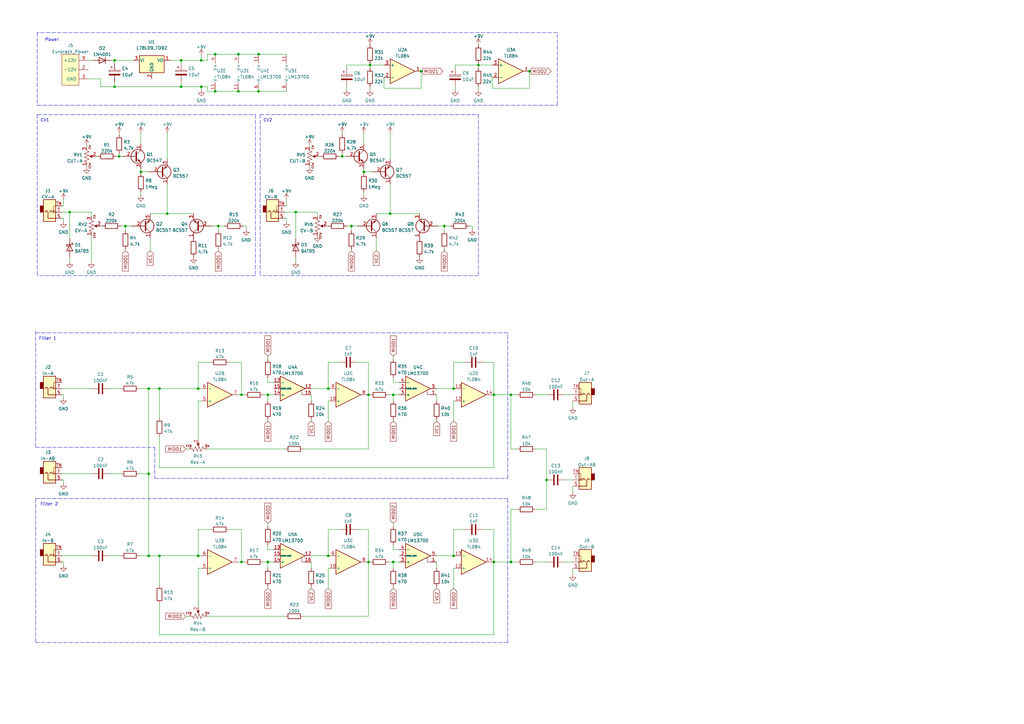
<source format=kicad_sch>
(kicad_sch (version 20211123) (generator eeschema)
  (paper "A3")
  (title_block (title "Duber Filter"))
  (junction (at 217.17 29.21))
  (junction (at 134.62 159.385))
  (junction (at 151.13 230.505))
  (junction (at 88.265 37.465))
  (junction (at 106.045 37.465))
  (junction (at 68.58 87.63))
  (junction (at 82.55 24.765))
  (junction (at 28.575 86.995))
  (junction (at 97.79 37.465))
  (junction (at 224.155 196.85))
  (junction (at 209.55 230.505))
  (junction (at 57.785 70.485))
  (junction (at 81.28 159.385))
  (junction (at 60.96 194.31))
  (junction (at 99.06 230.505))
  (junction (at 182.245 92.71))
  (junction (at 109.855 161.925))
  (junction (at 149.225 70.485))
  (junction (at 88.265 22.225))
  (junction (at 186.055 227.965))
  (junction (at 99.06 161.925))
  (junction (at 196.215 26.67))
  (junction (at 65.405 159.385))
  (junction (at 134.62 227.965))
  (junction (at 106.045 22.225))
  (junction (at 151.765 26.67))
  (junction (at 81.28 227.965))
  (junction (at 82.55 35.56))
  (junction (at 186.055 159.385))
  (junction (at 97.79 22.225))
  (junction (at 74.295 24.765))
  (junction (at 60.96 227.965))
  (junction (at 121.285 86.995))
  (junction (at 74.295 35.56))
  (junction (at 209.55 161.925))
  (junction (at 161.29 230.505))
  (junction (at 161.29 161.925))
  (junction (at 202.565 161.925))
  (junction (at 89.535 92.71))
  (junction (at 140.335 64.135))
  (junction (at 51.435 92.71))
  (junction (at 65.405 227.965))
  (junction (at 48.895 64.135))
  (junction (at 46.99 24.765))
  (junction (at 202.565 230.505))
  (junction (at 151.13 161.925))
  (junction (at 144.145 92.71))
  (junction (at 46.99 35.56))
  (junction (at 172.72 29.21))
  (junction (at 109.855 230.505))
  (junction (at 160.02 87.63))
  (junction (at 60.96 159.385))
  (polyline (pts (xy 106.68 46.99) (xy 106.68 113.03)))
  (wire (pts (xy 99.06 161.925) (xy 100.33 161.925)))
  (wire (pts (xy 81.28 233.045) (xy 81.28 248.92)))
  (wire (pts (xy 134.62 227.965) (xy 135.255 227.965)))
  (wire (pts (xy 26.035 81.915) (xy 26.035 84.455)))
  (wire (pts (xy 127.635 172.085) (xy 127.635 172.72)))
  (wire (pts (xy 112.395 156.845) (xy 109.855 156.845)))
  (wire (pts (xy 186.69 35.56) (xy 186.69 36.83)))
  (wire (pts (xy 159.385 161.925) (xy 161.29 161.925)))
  (wire (pts (xy 107.95 230.505) (xy 109.855 230.505)))
  (wire (pts (xy 46.99 33.655) (xy 46.99 35.56)))
  (wire (pts (xy 106.045 37.465) (xy 117.475 37.465)))
  (wire (pts (xy 28.575 86.995) (xy 37.465 86.995)))
  (wire (pts (xy 231.775 230.505) (xy 234.95 230.505)))
  (wire (pts (xy 25.4 194.31) (xy 37.465 194.31)))
  (wire (pts (xy 142.24 26.67) (xy 151.765 26.67)))
  (wire (pts (xy 182.245 92.71) (xy 184.785 92.71)))
  (wire (pts (xy 82.55 233.045) (xy 81.28 233.045)))
  (polyline (pts (xy 15.24 46.99) (xy 104.775 46.99)))
  (wire (pts (xy 81.28 159.385) (xy 65.405 159.385)))
  (wire (pts (xy 26.035 89.535) (xy 26.035 90.805)))
  (wire (pts (xy 51.435 102.235) (xy 51.435 102.87)))
  (polyline (pts (xy 63.5 196.215) (xy 208.28 196.215)))
  (wire (pts (xy 217.17 29.21) (xy 217.805 29.21)))
  (wire (pts (xy 163.83 225.425) (xy 161.29 225.425)))
  (wire (pts (xy 26.035 196.85) (xy 26.035 198.12)))
  (wire (pts (xy 65.405 260.35) (xy 202.565 260.35)))
  (wire (pts (xy 186.69 27.94) (xy 186.69 26.67)))
  (wire (pts (xy 45.085 194.31) (xy 49.53 194.31)))
  (wire (pts (xy 46.99 24.765) (xy 46.99 26.035)))
  (wire (pts (xy 41.275 35.56) (xy 46.99 35.56)))
  (wire (pts (xy 37.465 107.315) (xy 37.465 96.52)))
  (wire (pts (xy 109.855 240.665) (xy 109.855 241.3)))
  (wire (pts (xy 224.155 196.85) (xy 224.155 208.915)))
  (wire (pts (xy 186.055 164.465) (xy 186.055 172.72)))
  (wire (pts (xy 127.635 227.965) (xy 134.62 227.965)))
  (wire (pts (xy 161.29 172.085) (xy 161.29 172.72)))
  (wire (pts (xy 36.195 24.765) (xy 38.1 24.765)))
  (wire (pts (xy 151.13 230.505) (xy 151.765 230.505)))
  (wire (pts (xy 186.055 217.17) (xy 186.055 227.965)))
  (wire (pts (xy 133.985 92.71) (xy 134.62 92.71)))
  (wire (pts (xy 159.385 230.505) (xy 161.29 230.505)))
  (wire (pts (xy 182.245 92.71) (xy 182.245 94.615)))
  (wire (pts (xy 186.055 233.045) (xy 186.055 241.3)))
  (wire (pts (xy 65.405 247.65) (xy 65.405 260.35)))
  (wire (pts (xy 45.72 24.765) (xy 46.99 24.765)))
  (wire (pts (xy 142.24 27.94) (xy 142.24 26.67)))
  (wire (pts (xy 117.475 81.915) (xy 117.475 84.455)))
  (wire (pts (xy 28.575 97.79) (xy 28.575 86.995)))
  (wire (pts (xy 116.84 86.995) (xy 121.285 86.995)))
  (wire (pts (xy 97.79 161.925) (xy 99.06 161.925)))
  (wire (pts (xy 45.085 159.385) (xy 49.53 159.385)))
  (wire (pts (xy 196.215 26.67) (xy 196.215 27.94)))
  (wire (pts (xy 81.28 227.965) (xy 65.405 227.965)))
  (wire (pts (xy 25.4 159.385) (xy 37.465 159.385)))
  (wire (pts (xy 196.215 35.56) (xy 196.215 36.83)))
  (polyline (pts (xy 14.605 263.525) (xy 208.28 263.525)))
  (polyline (pts (xy 15.24 46.99) (xy 15.24 113.03)))
  (wire (pts (xy 97.79 230.505) (xy 99.06 230.505)))
  (wire (pts (xy 209.55 161.925) (xy 209.55 184.15)))
  (wire (pts (xy 151.765 26.67) (xy 151.765 27.94)))
  (wire (pts (xy 209.55 208.915) (xy 209.55 230.505)))
  (wire (pts (xy 74.295 35.56) (xy 74.295 33.655)))
  (wire (pts (xy 46.99 24.765) (xy 54.61 24.765)))
  (wire (pts (xy 161.29 214.63) (xy 161.29 215.9)))
  (wire (pts (xy 86.36 148.59) (xy 81.28 148.59)))
  (wire (pts (xy 186.055 227.965) (xy 186.69 227.965)))
  (wire (pts (xy 231.775 161.925) (xy 234.95 161.925)))
  (wire (pts (xy 99.06 161.925) (xy 99.06 148.59)))
  (wire (pts (xy 179.07 227.965) (xy 186.055 227.965)))
  (wire (pts (xy 142.24 35.56) (xy 142.24 36.83)))
  (wire (pts (xy 81.28 148.59) (xy 81.28 159.385)))
  (wire (pts (xy 151.13 161.925) (xy 151.765 161.925)))
  (polyline (pts (xy 63.5 183.515) (xy 63.5 196.215)))
  (wire (pts (xy 161.29 230.505) (xy 163.83 230.505)))
  (wire (pts (xy 179.07 161.925) (xy 179.07 164.465)))
  (wire (pts (xy 48.895 64.135) (xy 50.165 64.135)))
  (wire (pts (xy 65.405 191.77) (xy 202.565 191.77)))
  (wire (pts (xy 186.055 159.385) (xy 186.69 159.385)))
  (wire (pts (xy 65.405 227.965) (xy 65.405 240.03)))
  (wire (pts (xy 202.565 217.17) (xy 198.12 217.17)))
  (wire (pts (xy 234.95 164.465) (xy 234.95 167.005)))
  (wire (pts (xy 160.02 75.565) (xy 160.02 87.63)))
  (wire (pts (xy 160.02 87.63) (xy 172.085 87.63)))
  (wire (pts (xy 76.2 184.15) (xy 77.47 184.15)))
  (wire (pts (xy 81.28 159.385) (xy 82.55 159.385)))
  (wire (pts (xy 116.84 89.535) (xy 117.475 89.535)))
  (wire (pts (xy 151.765 35.56) (xy 151.765 36.83)))
  (wire (pts (xy 140.335 62.865) (xy 140.335 64.135)))
  (wire (pts (xy 41.275 92.71) (xy 41.91 92.71)))
  (wire (pts (xy 107.95 161.925) (xy 109.855 161.925)))
  (polyline (pts (xy 14.605 204.47) (xy 14.605 263.525)))
  (wire (pts (xy 202.565 217.17) (xy 202.565 230.505)))
  (polyline (pts (xy 208.28 196.215) (xy 208.28 136.525)))
  (wire (pts (xy 186.69 164.465) (xy 186.055 164.465)))
  (wire (pts (xy 97.79 37.465) (xy 106.045 37.465)))
  (wire (pts (xy 135.255 233.045) (xy 134.62 233.045)))
  (wire (pts (xy 28.575 105.41) (xy 28.575 107.315)))
  (wire (pts (xy 157.48 31.75) (xy 157.48 36.195)))
  (wire (pts (xy 121.285 105.41) (xy 121.285 107.315)))
  (wire (pts (xy 48.895 64.135) (xy 47.625 64.135)))
  (wire (pts (xy 124.46 252.73) (xy 151.13 252.73)))
  (wire (pts (xy 86.995 92.71) (xy 89.535 92.71)))
  (wire (pts (xy 134.62 217.17) (xy 134.62 227.965)))
  (wire (pts (xy 234.95 233.045) (xy 234.95 235.585)))
  (wire (pts (xy 134.62 159.385) (xy 135.255 159.385)))
  (wire (pts (xy 88.265 37.465) (xy 97.79 37.465)))
  (wire (pts (xy 219.71 230.505) (xy 224.155 230.505)))
  (wire (pts (xy 202.565 230.505) (xy 209.55 230.505)))
  (wire (pts (xy 160.02 54.61) (xy 160.02 65.405)))
  (wire (pts (xy 109.855 172.085) (xy 109.855 172.72)))
  (wire (pts (xy 186.69 26.67) (xy 196.215 26.67)))
  (wire (pts (xy 85.09 252.73) (xy 116.84 252.73)))
  (wire (pts (xy 201.93 31.75) (xy 201.93 36.195)))
  (wire (pts (xy 82.55 164.465) (xy 81.28 164.465)))
  (wire (pts (xy 68.58 87.63) (xy 79.375 87.63)))
  (wire (pts (xy 127.635 159.385) (xy 134.62 159.385)))
  (wire (pts (xy 74.295 26.035) (xy 74.295 24.765)))
  (wire (pts (xy 25.4 84.455) (xy 26.035 84.455)))
  (wire (pts (xy 217.17 29.21) (xy 217.17 36.195)))
  (wire (pts (xy 127.635 161.925) (xy 127.635 164.465)))
  (wire (pts (xy 109.855 214.63) (xy 109.855 215.9)))
  (wire (pts (xy 60.96 159.385) (xy 60.96 194.31)))
  (wire (pts (xy 49.53 92.71) (xy 51.435 92.71)))
  (wire (pts (xy 192.405 92.71) (xy 193.675 92.71)))
  (wire (pts (xy 61.595 97.79) (xy 61.595 102.87)))
  (wire (pts (xy 161.29 240.665) (xy 161.29 241.3)))
  (wire (pts (xy 25.4 161.925) (xy 26.035 161.925)))
  (wire (pts (xy 57.785 54.61) (xy 57.785 59.055)))
  (wire (pts (xy 106.045 22.225) (xy 117.475 22.225)))
  (wire (pts (xy 82.55 24.765) (xy 85.09 24.765)))
  (wire (pts (xy 127.635 240.665) (xy 127.635 241.3)))
  (wire (pts (xy 45.085 227.965) (xy 49.53 227.965)))
  (wire (pts (xy 151.13 252.73) (xy 151.13 230.505)))
  (wire (pts (xy 76.2 252.73) (xy 77.47 252.73)))
  (wire (pts (xy 82.55 35.56) (xy 85.09 35.56)))
  (wire (pts (xy 112.395 225.425) (xy 109.855 225.425)))
  (wire (pts (xy 60.96 159.385) (xy 65.405 159.385)))
  (wire (pts (xy 93.98 148.59) (xy 99.06 148.59)))
  (wire (pts (xy 82.55 35.56) (xy 82.55 36.83)))
  (wire (pts (xy 121.285 86.995) (xy 130.175 86.995)))
  (wire (pts (xy 88.265 22.225) (xy 97.79 22.225)))
  (wire (pts (xy 151.765 26.035) (xy 151.765 26.67)))
  (wire (pts (xy 154.305 87.63) (xy 160.02 87.63)))
  (wire (pts (xy 219.71 184.15) (xy 224.155 184.15)))
  (wire (pts (xy 193.675 92.71) (xy 193.675 93.98)))
  (wire (pts (xy 224.155 184.15) (xy 224.155 196.85)))
  (wire (pts (xy 85.09 22.225) (xy 85.09 24.765)))
  (wire (pts (xy 51.435 92.71) (xy 53.975 92.71)))
  (wire (pts (xy 149.225 54.61) (xy 149.225 59.055)))
  (wire (pts (xy 35.56 68.58) (xy 35.56 67.945)))
  (wire (pts (xy 144.145 92.71) (xy 146.685 92.71)))
  (wire (pts (xy 209.55 230.505) (xy 212.09 230.505)))
  (wire (pts (xy 37.465 88.9) (xy 37.465 86.995)))
  (polyline (pts (xy 106.68 46.99) (xy 196.215 46.99)))
  (wire (pts (xy 219.71 208.915) (xy 224.155 208.915)))
  (polyline (pts (xy 14.605 136.525) (xy 208.28 136.525)))
  (wire (pts (xy 41.275 32.385) (xy 41.275 35.56)))
  (wire (pts (xy 68.58 75.565) (xy 68.58 87.63)))
  (wire (pts (xy 89.535 92.71) (xy 89.535 94.615)))
  (wire (pts (xy 99.695 92.71) (xy 100.965 92.71)))
  (polyline (pts (xy 104.775 46.99) (xy 104.775 113.03)))
  (wire (pts (xy 140.335 64.135) (xy 139.065 64.135)))
  (wire (pts (xy 202.565 191.77) (xy 202.565 161.925)))
  (wire (pts (xy 179.07 230.505) (xy 179.07 233.045)))
  (wire (pts (xy 134.62 148.59) (xy 134.62 159.385)))
  (wire (pts (xy 186.69 233.045) (xy 186.055 233.045)))
  (wire (pts (xy 81.28 217.17) (xy 81.28 227.965)))
  (wire (pts (xy 99.06 230.505) (xy 100.33 230.505)))
  (wire (pts (xy 231.775 196.85) (xy 234.95 196.85)))
  (wire (pts (xy 57.785 69.215) (xy 57.785 70.485)))
  (wire (pts (xy 109.855 233.045) (xy 109.855 230.505)))
  (wire (pts (xy 26.035 161.925) (xy 26.035 163.195)))
  (wire (pts (xy 201.93 161.925) (xy 202.565 161.925)))
  (wire (pts (xy 139.065 148.59) (xy 134.62 148.59)))
  (wire (pts (xy 74.295 24.765) (xy 69.85 24.765)))
  (wire (pts (xy 196.215 26.035) (xy 196.215 26.67)))
  (wire (pts (xy 130.81 64.135) (xy 131.445 64.135)))
  (wire (pts (xy 134.62 233.045) (xy 134.62 241.3)))
  (wire (pts (xy 134.62 164.465) (xy 134.62 172.72)))
  (polyline (pts (xy 15.24 13.335) (xy 15.24 43.18)))
  (wire (pts (xy 172.72 29.21) (xy 172.72 36.195)))
  (wire (pts (xy 135.255 164.465) (xy 134.62 164.465)))
  (wire (pts (xy 202.565 161.925) (xy 202.565 148.59)))
  (wire (pts (xy 190.5 217.17) (xy 186.055 217.17)))
  (wire (pts (xy 142.24 92.71) (xy 144.145 92.71)))
  (wire (pts (xy 57.15 227.965) (xy 60.96 227.965)))
  (wire (pts (xy 60.96 227.965) (xy 65.405 227.965)))
  (wire (pts (xy 25.4 86.995) (xy 28.575 86.995)))
  (polyline (pts (xy 228.6 13.335) (xy 15.24 13.335)))
  (wire (pts (xy 234.95 199.39) (xy 234.95 201.93)))
  (polyline (pts (xy 104.775 113.03) (xy 15.24 113.03)))
  (wire (pts (xy 61.595 87.63) (xy 68.58 87.63)))
  (wire (pts (xy 48.895 54.61) (xy 48.895 55.245)))
  (wire (pts (xy 25.4 230.505) (xy 26.035 230.505)))
  (wire (pts (xy 154.305 97.79) (xy 154.305 102.87)))
  (wire (pts (xy 60.96 194.31) (xy 60.96 227.965)))
  (wire (pts (xy 127 59.69) (xy 127 60.325)))
  (wire (pts (xy 150.495 161.925) (xy 151.13 161.925)))
  (wire (pts (xy 127.635 230.505) (xy 127.635 233.045)))
  (wire (pts (xy 85.09 35.56) (xy 85.09 37.465)))
  (wire (pts (xy 74.295 35.56) (xy 82.55 35.56)))
  (wire (pts (xy 151.13 217.17) (xy 146.685 217.17)))
  (wire (pts (xy 117.475 89.535) (xy 117.475 90.805)))
  (polyline (pts (xy 196.215 46.99) (xy 196.215 113.03)))
  (wire (pts (xy 157.48 36.195) (xy 172.72 36.195)))
  (wire (pts (xy 151.13 230.505) (xy 151.13 217.17)))
  (wire (pts (xy 25.4 89.535) (xy 26.035 89.535)))
  (wire (pts (xy 116.84 84.455) (xy 117.475 84.455)))
  (wire (pts (xy 124.46 184.15) (xy 151.13 184.15)))
  (wire (pts (xy 57.785 70.485) (xy 57.785 71.12)))
  (wire (pts (xy 89.535 92.71) (xy 92.075 92.71)))
  (polyline (pts (xy 228.6 43.18) (xy 228.6 13.335)))
  (wire (pts (xy 109.855 146.05) (xy 109.855 147.32)))
  (wire (pts (xy 179.07 240.665) (xy 179.07 241.3)))
  (polyline (pts (xy 208.28 263.525) (xy 208.28 204.47)))
  (wire (pts (xy 186.055 148.59) (xy 186.055 159.385)))
  (wire (pts (xy 82.55 22.86) (xy 82.55 24.765)))
  (wire (pts (xy 127 68.58) (xy 127 67.945)))
  (wire (pts (xy 140.335 64.135) (xy 141.605 64.135)))
  (wire (pts (xy 86.36 217.17) (xy 81.28 217.17)))
  (wire (pts (xy 163.83 156.845) (xy 161.29 156.845)))
  (wire (pts (xy 212.09 184.15) (xy 209.55 184.15)))
  (wire (pts (xy 201.93 230.505) (xy 202.565 230.505)))
  (wire (pts (xy 161.29 233.045) (xy 161.29 230.505)))
  (wire (pts (xy 130.175 88.9) (xy 130.175 86.995)))
  (wire (pts (xy 161.29 164.465) (xy 161.29 161.925)))
  (wire (pts (xy 60.96 70.485) (xy 57.785 70.485)))
  (wire (pts (xy 36.195 32.385) (xy 41.275 32.385)))
  (wire (pts (xy 46.99 35.56) (xy 74.295 35.56)))
  (wire (pts (xy 97.79 22.225) (xy 106.045 22.225)))
  (wire (pts (xy 121.285 97.79) (xy 121.285 86.995)))
  (wire (pts (xy 100.965 92.71) (xy 100.965 93.98)))
  (wire (pts (xy 161.29 161.925) (xy 163.83 161.925)))
  (polyline (pts (xy 14.605 183.515) (xy 63.5 183.515)))
  (wire (pts (xy 151.13 161.925) (xy 151.13 148.59)))
  (wire (pts (xy 149.225 69.215) (xy 149.225 70.485)))
  (wire (pts (xy 212.09 208.915) (xy 209.55 208.915)))
  (polyline (pts (xy 196.215 113.03) (xy 106.68 113.03)))
  (wire (pts (xy 151.13 184.15) (xy 151.13 161.925)))
  (wire (pts (xy 161.29 146.05) (xy 161.29 147.32)))
  (wire (pts (xy 202.565 148.59) (xy 198.12 148.59)))
  (wire (pts (xy 179.07 172.085) (xy 179.07 172.72)))
  (wire (pts (xy 144.145 92.71) (xy 144.145 94.615)))
  (wire (pts (xy 152.4 70.485) (xy 149.225 70.485)))
  (wire (pts (xy 39.37 64.135) (xy 40.005 64.135)))
  (wire (pts (xy 161.29 154.94) (xy 161.29 156.845)))
  (wire (pts (xy 65.405 179.07) (xy 65.405 191.77)))
  (wire (pts (xy 140.335 54.61) (xy 140.335 55.245)))
  (wire (pts (xy 109.855 161.925) (xy 112.395 161.925)))
  (wire (pts (xy 157.48 26.67) (xy 151.765 26.67)))
  (wire (pts (xy 179.705 92.71) (xy 182.245 92.71)))
  (wire (pts (xy 57.15 159.385) (xy 60.96 159.385)))
  (wire (pts (xy 89.535 102.235) (xy 89.535 102.87)))
  (wire (pts (xy 201.93 26.67) (xy 196.215 26.67)))
  (wire (pts (xy 26.035 230.505) (xy 26.035 231.775)))
  (wire (pts (xy 201.93 36.195) (xy 217.17 36.195)))
  (polyline (pts (xy 14.605 135.89) (xy 14.605 183.515)))
  (wire (pts (xy 149.225 70.485) (xy 149.225 71.12)))
  (wire (pts (xy 150.495 230.505) (xy 151.13 230.505)))
  (wire (pts (xy 25.4 227.965) (xy 37.465 227.965)))
  (wire (pts (xy 219.71 161.925) (xy 224.155 161.925)))
  (wire (pts (xy 85.09 37.465) (xy 88.265 37.465)))
  (wire (pts (xy 25.4 196.85) (xy 26.035 196.85)))
  (wire (pts (xy 68.58 54.61) (xy 68.58 65.405)))
  (wire (pts (xy 93.98 217.17) (xy 99.06 217.17)))
  (wire (pts (xy 172.72 29.21) (xy 173.355 29.21)))
  (wire (pts (xy 65.405 159.385) (xy 65.405 171.45)))
  (wire (pts (xy 144.145 102.235) (xy 144.145 102.87)))
  (wire (pts (xy 202.565 260.35) (xy 202.565 230.505)))
  (wire (pts (xy 88.265 22.225) (xy 85.09 22.225)))
  (wire (pts (xy 99.06 230.505) (xy 99.06 217.17)))
  (wire (pts (xy 161.29 223.52) (xy 161.29 225.425)))
  (wire (pts (xy 81.28 164.465) (xy 81.28 180.34)))
  (wire (pts (xy 209.55 161.925) (xy 212.09 161.925)))
  (wire (pts (xy 57.15 194.31) (xy 60.96 194.31)))
  (wire (pts (xy 81.28 227.965) (xy 82.55 227.965)))
  (wire (pts (xy 182.245 102.235) (xy 182.245 102.87)))
  (wire (pts (xy 109.855 223.52) (xy 109.855 225.425)))
  (polyline (pts (xy 15.24 43.18) (xy 228.6 43.18)))
  (wire (pts (xy 35.56 59.69) (xy 35.56 60.325)))
  (wire (pts (xy 57.785 78.74) (xy 57.785 80.01)))
  (wire (pts (xy 149.225 78.74) (xy 149.225 80.01)))
  (wire (pts (xy 179.07 159.385) (xy 186.055 159.385)))
  (wire (pts (xy 74.295 24.765) (xy 82.55 24.765)))
  (wire (pts (xy 190.5 148.59) (xy 186.055 148.59)))
  (polyline (pts (xy 14.605 204.47) (xy 208.28 204.47)))
  (wire (pts (xy 109.855 164.465) (xy 109.855 161.925)))
  (wire (pts (xy 85.09 184.15) (xy 116.84 184.15)))
  (wire (pts (xy 139.065 217.17) (xy 134.62 217.17)))
  (wire (pts (xy 48.895 62.865) (xy 48.895 64.135)))
  (wire (pts (xy 109.855 230.505) (xy 112.395 230.505)))
  (wire (pts (xy 202.565 161.925) (xy 209.55 161.925)))
  (wire (pts (xy 51.435 92.71) (xy 51.435 94.615)))
  (wire (pts (xy 151.13 148.59) (xy 146.685 148.59)))
  (wire (pts (xy 109.855 154.94) (xy 109.855 156.845)))
  (text "CV1" (at 16.51 50.165 0) (effects (font (size 1.27 1.27)) (justify left bottom)))
  (text "Filter 2" (at 16.51 207.645 0) (effects (font (size 1.27 1.27)) (justify left bottom)))
  (text "Power" (at 18.415 17.145 0) (effects (font (size 1.27 1.27)) (justify left bottom)))
  (text "Filter 1" (at 15.875 139.7 0) (effects (font (size 1.27 1.27)) (justify left bottom)))
  (text "CV2" (at 107.95 50.165 0) (effects (font (size 1.27 1.27)) (justify left bottom)))
  (global_label "VC1" (shape input) (at 61.595 102.87 270) (property "Intersheet References" "${INTERSHEET_REFS}" (effects hide)))
  (global_label "MIDO1" (shape input) (at 89.535 102.87 270) (property "Intersheet References" "${INTERSHEET_REFS}" (effects hide)))
  (global_label "VC1" (shape input) (at 179.07 172.72 270) (property "Intersheet References" "${INTERSHEET_REFS}" (effects hide)))
  (global_label "MIDO2" (shape input) (at 134.62 241.3 270) (property "Intersheet References" "${INTERSHEET_REFS}" (effects hide)))
  (global_label "MIDO2" (shape input) (at 76.2 252.73 180) (property "Intersheet References" "${INTERSHEET_REFS}" (effects hide)))
  (global_label "MIDO2" (shape input) (at 182.245 102.87 270) (property "Intersheet References" "${INTERSHEET_REFS}" (effects hide)))
  (global_label "MIDO2" (shape input) (at 109.855 214.63 90) (property "Intersheet References" "${INTERSHEET_REFS}" (effects hide)))
  (global_label "MIDO2" (shape input) (at 161.29 214.63 90) (property "Intersheet References" "${INTERSHEET_REFS}" (effects hide)))
  (global_label "MIDO1" (shape input) (at 161.29 172.72 270) (property "Intersheet References" "${INTERSHEET_REFS}" (effects hide)))
  (global_label "MIDO2" (shape input) (at 186.055 241.3 270) (property "Intersheet References" "${INTERSHEET_REFS}" (effects hide)))
  (global_label "MIDO1" (shape input) (at 109.855 172.72 270) (property "Intersheet References" "${INTERSHEET_REFS}" (effects hide)))
  (global_label "MIDO2" (shape output) (at 217.805 29.21 0) (property "Intersheet References" "${INTERSHEET_REFS}" (effects hide)))
  (global_label "MIDO2" (shape input) (at 161.29 241.3 270) (property "Intersheet References" "${INTERSHEET_REFS}" (effects hide)))
  (global_label "MIDO1" (shape input) (at 134.62 172.72 270) (property "Intersheet References" "${INTERSHEET_REFS}" (effects hide)))
  (global_label "VC2" (shape input) (at 179.07 241.3 270) (property "Intersheet References" "${INTERSHEET_REFS}" (effects hide)))
  (global_label "MIDO1" (shape input) (at 161.29 146.05 90) (property "Intersheet References" "${INTERSHEET_REFS}" (effects hide)))
  (global_label "MIDO1" (shape input) (at 186.055 172.72 270) (property "Intersheet References" "${INTERSHEET_REFS}" (effects hide)))
  (global_label "MIDO1" (shape input) (at 109.855 146.05 90) (property "Intersheet References" "${INTERSHEET_REFS}" (effects hide)))
  (global_label "MIDO2" (shape input) (at 109.855 241.3 270) (property "Intersheet References" "${INTERSHEET_REFS}" (effects hide)))
  (global_label "MIDO1" (shape output) (at 173.355 29.21 0) (property "Intersheet References" "${INTERSHEET_REFS}" (effects hide)))
  (global_label "MIDO2" (shape input) (at 144.145 102.87 270) (property "Intersheet References" "${INTERSHEET_REFS}" (effects hide)))
  (global_label "VC2" (shape input) (at 154.305 102.87 270) (property "Intersheet References" "${INTERSHEET_REFS}" (effects hide)))
  (global_label "VC1" (shape input) (at 127.635 172.72 270) (property "Intersheet References" "${INTERSHEET_REFS}" (effects hide)))
  (global_label "MIDO1" (shape input) (at 51.435 102.87 270) (property "Intersheet References" "${INTERSHEET_REFS}" (effects hide)))
  (global_label "VC2" (shape input) (at 127.635 241.3 270) (property "Intersheet References" "${INTERSHEET_REFS}" (effects hide)))
  (global_label "MIDO1" (shape input) (at 76.2 184.15 180) (property "Intersheet References" "${INTERSHEET_REFS}" (effects hide)))
  (symbol (lib_id "power:GND") (at 79.375 105.41 0) (unit 1)
    (property "Reference" "#PWR014" (effects hide))
    (property "Value" "GND" (at 79.375 109.8534 0))
  )
  (symbol (lib_id "Amplifier_Operational:LM13700") (at 171.45 227.965 0) (unit 3)
    (property "Reference" "U5" (at 171.45 219.1852 0))
    (property "Value" "LM13700" (at 171.45 221.7221 0))
    (property "Footprint" "Package_DIP:DIP-16_W7.62mm_Socket" (effects hide))
    (property "Datasheet" "http://www.ti.com/lit/ds/symlink/lm13700.pdf" (effects hide))
  )
  (symbol (lib_id "power:+9V") (at 35.56 59.69 0) (unit 1)
    (property "Reference" "#PWR07" (effects hide))
    (property "Value" "+9V" (at 35.56 56.1142 0))
  )
  (symbol (lib_id "Device:C") (at 41.275 194.31 90) (unit 1)
    (property "Reference" "C2" (at 41.275 188.4512 90))
    (property "Value" "100nF" (at 41.275 190.9881 90))
    (property "Footprint" "Capacitor_THT:C_Axial_L3.8mm_D2.6mm_P7.50mm_Horizontal" (effects hide))
  )
  (symbol (lib_id "Device:R") (at 95.885 92.71 90) (unit 1)
    (property "Reference" "R15" (at 95.885 87.9942 90))
    (property "Value" "220k" (at 95.885 90.5311 90))
    (property "Footprint" "Resistor_THT:R_Axial_DIN0204_L3.6mm_D1.6mm_P7.62mm_Horizontal" (effects hide))
  )
  (symbol (lib_id "Device:C") (at 41.275 159.385 90) (unit 1)
    (property "Reference" "C1" (at 41.275 153.5262 90))
    (property "Value" "100nF" (at 41.275 156.0631 90))
    (property "Footprint" "Capacitor_THT:C_Axial_L3.8mm_D2.6mm_P7.50mm_Horizontal" (effects hide))
  )
  (symbol (lib_id "power:GND") (at 57.785 80.01 0) (unit 1)
    (property "Reference" "#PWR012" (effects hide))
    (property "Value" "GND" (at 57.785 84.4534 0))
  )
  (symbol (lib_id "Regulator_Linear:L78L09_TO92") (at 62.23 24.765 0) (unit 1)
    (property "Reference" "U1" (at 62.23 17.145 0))
    (property "Value" "L78L09_TO92" (at 62.23 19.685 0))
    (property "Footprint" "Package_TO_SOT_THT:TO-92_Inline" (effects hide))
    (property "Datasheet" "http://www.st.com/content/ccc/resource/technical/document/datasheet/15/55/e5/aa/23/5b/43/fd/CD00000446.pdf/files/CD00000446.pdf/jcr:content/translations/en.CD00000446.pdf" (effects hide))
  )
  (symbol (lib_id "Device:R") (at 188.595 92.71 90) (unit 1)
    (property "Reference" "R43" (at 188.595 87.9942 90))
    (property "Value" "220k" (at 188.595 90.5311 90))
    (property "Footprint" "Resistor_THT:R_Axial_DIN0204_L3.6mm_D1.6mm_P7.62mm_Horizontal" (effects hide))
  )
  (symbol (lib_id "power:GND") (at 26.035 163.195 0) (unit 1)
    (property "Reference" "#PWR03" (effects hide))
    (property "Value" "GND" (at 26.035 167.6384 0))
  )
  (symbol (lib_id "Device:R") (at 120.65 252.73 90) (unit 1)
    (property "Reference" "R23" (at 120.65 248.0142 90))
    (property "Value" "100k" (at 120.65 250.5511 90))
    (property "Footprint" "Resistor_THT:R_Axial_DIN0204_L3.6mm_D1.6mm_P7.62mm_Horizontal" (effects hide))
  )
  (symbol (lib_id "Diode:1N4001") (at 41.91 24.765 180) (unit 1)
    (property "Reference" "D2" (at 41.91 19.7952 0))
    (property "Value" "1N4001" (at 41.91 22.3321 0))
    (property "Footprint" "Diode_THT:D_DO-41_SOD81_P10.16mm_Horizontal" (effects hide))
    (property "Datasheet" "http://www.vishay.com/docs/88503/1n4001.pdf" (effects hide))
  )
  (symbol (lib_id "Device:R") (at 48.895 59.055 180) (unit 1)
    (property "Reference" "R3" (at 50.673 58.2203 0) (effects (justify right)))
    (property "Value" "4.7k" (at 50.673 60.7572 0) (effects (justify right)))
    (property "Footprint" "Resistor_THT:R_Axial_DIN0204_L3.6mm_D1.6mm_P7.62mm_Horizontal" (effects hide))
  )
  (symbol (lib_id "Device:R") (at 109.855 236.855 0) (unit 1)
    (property "Reference" "R21" (at 111.633 236.0203 0) (effects (justify left)))
    (property "Value" "470" (at 111.633 238.5572 0) (effects (justify left)))
    (property "Footprint" "Resistor_THT:R_Axial_DIN0204_L3.6mm_D1.6mm_P7.62mm_Horizontal" (effects hide))
  )
  (symbol (lib_id "power:GND") (at 234.95 235.585 0) (mirror y) (unit 1)
    (property "Reference" "#PWR038" (effects hide))
    (property "Value" "GND" (at 234.95 240.0284 0))
  )
  (symbol (lib_id "power:GND") (at 26.035 231.775 0) (unit 1)
    (property "Reference" "#PWR05" (effects hide))
    (property "Value" "GND" (at 26.035 236.2184 0))
  )
  (symbol (lib_id "Device:R") (at 140.335 59.055 180) (unit 1)
    (property "Reference" "R28" (at 142.113 58.2203 0) (effects (justify right)))
    (property "Value" "4.7k" (at 142.113 60.7572 0) (effects (justify right)))
    (property "Footprint" "Resistor_THT:R_Axial_DIN0204_L3.6mm_D1.6mm_P7.62mm_Horizontal" (effects hide))
  )
  (symbol (lib_id "winterbloom:Eurorack_Mono_Jack") (at 20.32 85.725 0) (mirror y) (unit 1)
    (property "Reference" "J1" (at 19.685 78.2152 0))
    (property "Value" "CV-A" (at 19.685 80.7521 0))
    (property "Footprint" "winterbloom:AudioJack_WQP518MA" (effects hide))
    (property "Datasheet" "http://www.qingpu-electronics.com/en/products/WQP-PJ398SM-362.html" (effects hide))
    (property "MPN" "WQP-WQP518MA" (effects hide))
  )
  (symbol (lib_id "Device:R") (at 57.785 74.93 180) (unit 1)
    (property "Reference" "R8" (at 59.563 74.0953 0) (effects (justify right)))
    (property "Value" "1Meg" (at 59.563 76.6322 0) (effects (justify right)))
    (property "Footprint" "Resistor_THT:R_Axial_DIN0204_L3.6mm_D1.6mm_P7.62mm_Horizontal" (effects hide))
  )
  (symbol (lib_id "Device:R") (at 127.635 236.855 0) (unit 1)
    (property "Reference" "R25" (at 129.413 236.0203 0) (effects (justify left)))
    (property "Value" "10k" (at 129.413 238.5572 0) (effects (justify left)))
    (property "Footprint" "Resistor_THT:R_Axial_DIN0204_L3.6mm_D1.6mm_P7.62mm_Horizontal" (effects hide))
  )
  (symbol (lib_id "power:GND") (at 196.215 36.83 0) (unit 1)
    (property "Reference" "#PWR035" (effects hide))
    (property "Value" "GND" (at 196.215 41.2734 0))
  )
  (symbol (lib_id "Transistor_BJT:BC557") (at 59.055 92.71 0) (mirror x) (unit 1)
    (property "Reference" "Q2" (at 63.9064 91.8753 0) (effects (justify left)))
    (property "Value" "BC557" (at 63.9064 94.4122 0) (effects (justify left)))
    (property "Footprint" "Package_TO_SOT_THT:TO-92_Inline" (effects hide))
    (property "Datasheet" "https://www.onsemi.com/pub/Collateral/BC556BTA-D.pdf" (effects hide))
  )
  (symbol (lib_id "Device:R") (at 161.29 219.71 0) (unit 1)
    (property "Reference" "R37" (at 163.068 218.8753 0) (effects (justify left)))
    (property "Value" "470" (at 163.068 221.4122 0) (effects (justify left)))
    (property "Footprint" "Resistor_THT:R_Axial_DIN0204_L3.6mm_D1.6mm_P7.62mm_Horizontal" (effects hide))
  )
  (symbol (lib_id "Device:R") (at 51.435 98.425 180) (unit 1)
    (property "Reference" "R4" (at 53.213 97.5903 0) (effects (justify right)))
    (property "Value" "4.7k" (at 53.213 100.1272 0) (effects (justify right)))
    (property "Footprint" "Resistor_THT:R_Axial_DIN0204_L3.6mm_D1.6mm_P7.62mm_Horizontal" (effects hide))
  )
  (symbol (lib_id "Device:C_Polarized") (at 142.24 31.75 0) (unit 1)
    (property "Reference" "C6" (at 145.161 30.0263 0) (effects (justify left)))
    (property "Value" "10uF" (at 145.161 32.5632 0) (effects (justify left)))
    (property "Footprint" "Capacitor_THT:CP_Radial_D5.0mm_P2.50mm" (effects hide))
  )
  (symbol (lib_id "power:GND") (at 28.575 107.315 0) (unit 1)
    (property "Reference" "#PWR06" (effects hide))
    (property "Value" "GND" (at 28.575 111.7584 0))
  )
  (symbol (lib_id "power:GND") (at 130.175 96.52 0) (unit 1)
    (property "Reference" "#PWR023" (effects hide))
    (property "Value" "GND" (at 130.175 100.9634 0))
  )
  (symbol (lib_id "Amplifier_Operational:TL084") (at 209.55 29.21 0) (unit 1)
    (property "Reference" "U3" (at 209.55 20.4302 0))
    (property "Value" "TL084" (at 209.55 22.9671 0))
    (property "Footprint" "Package_DIP:DIP-14_W7.62mm_Socket" (effects hide))
    (property "Datasheet" "http://www.ti.com/lit/ds/symlink/tl081.pdf" (effects hide))
  )
  (symbol (lib_id "power:+9V") (at 26.035 81.915 0) (unit 1)
    (property "Reference" "#PWR01" (effects hide))
    (property "Value" "+9V" (at 26.035 78.3392 0))
  )
  (symbol (lib_id "power:+9V") (at 117.475 81.915 0) (unit 1)
    (property "Reference" "#PWR018" (effects hide))
    (property "Value" "+9V" (at 117.475 78.3392 0))
  )
  (symbol (lib_id "Device:R") (at 135.255 64.135 90) (unit 1)
    (property "Reference" "R26" (at 135.255 59.4192 90))
    (property "Value" "220k" (at 135.255 61.9561 90))
    (property "Footprint" "Resistor_THT:R_Axial_DIN0204_L3.6mm_D1.6mm_P7.62mm_Horizontal" (effects hide))
  )
  (symbol (lib_id "Device:C") (at 227.965 196.85 90) (unit 1)
    (property "Reference" "C13" (at 227.965 190.9912 90))
    (property "Value" "100nF" (at 227.965 193.5281 90))
    (property "Footprint" "Capacitor_THT:C_Axial_L3.8mm_D2.6mm_P7.50mm_Horizontal" (effects hide))
  )
  (symbol (lib_id "Device:R") (at 138.43 92.71 90) (unit 1)
    (property "Reference" "R27" (at 138.43 87.9942 90))
    (property "Value" "220k" (at 138.43 90.5311 90))
    (property "Footprint" "Resistor_THT:R_Axial_DIN0204_L3.6mm_D1.6mm_P7.62mm_Horizontal" (effects hide))
  )
  (symbol (lib_id "power:GND") (at 121.285 107.315 0) (unit 1)
    (property "Reference" "#PWR020" (effects hide))
    (property "Value" "GND" (at 121.285 111.7584 0))
  )
  (symbol (lib_id "Device:R") (at 65.405 175.26 0) (unit 1)
    (property "Reference" "R9" (at 67.183 174.4253 0) (effects (justify left)))
    (property "Value" "47k" (at 67.183 176.9622 0) (effects (justify left)))
    (property "Footprint" "Resistor_THT:R_Axial_DIN0204_L3.6mm_D1.6mm_P7.62mm_Horizontal" (effects hide))
  )
  (symbol (lib_id "Device:R") (at 45.72 92.71 90) (unit 1)
    (property "Reference" "R2" (at 45.72 87.9942 90))
    (property "Value" "220k" (at 45.72 90.5311 90))
    (property "Footprint" "Resistor_THT:R_Axial_DIN0204_L3.6mm_D1.6mm_P7.62mm_Horizontal" (effects hide))
  )
  (symbol (lib_id "Device:R") (at 120.65 184.15 90) (unit 1)
    (property "Reference" "R22" (at 120.65 179.4342 90))
    (property "Value" "100k" (at 120.65 181.9711 90))
    (property "Footprint" "Resistor_THT:R_Axial_DIN0204_L3.6mm_D1.6mm_P7.62mm_Horizontal" (effects hide))
  )
  (symbol (lib_id "Device:R") (at 215.9 230.505 270) (unit 1)
    (property "Reference" "R49" (at 215.9 225.7892 90))
    (property "Value" "10k" (at 215.9 228.3261 90))
    (property "Footprint" "Resistor_THT:R_Axial_DIN0204_L3.6mm_D1.6mm_P7.62mm_Horizontal" (effects hide))
  )
  (symbol (lib_id "power:GND") (at 172.085 105.41 0) (unit 1)
    (property "Reference" "#PWR031" (effects hide))
    (property "Value" "GND" (at 172.085 109.8534 0))
  )
  (symbol (lib_id "Device:R") (at 161.29 168.275 0) (unit 1)
    (property "Reference" "R36" (at 163.068 167.4403 0) (effects (justify left)))
    (property "Value" "470" (at 163.068 169.9772 0) (effects (justify left)))
    (property "Footprint" "Resistor_THT:R_Axial_DIN0204_L3.6mm_D1.6mm_P7.62mm_Horizontal" (effects hide))
  )
  (symbol (lib_id "Diode:BAT85") (at 28.575 101.6 270) (unit 1)
    (property "Reference" "D1" (at 30.607 100.4478 90) (effects (justify left)))
    (property "Value" "BAT85" (at 30.607 102.9847 90) (effects (justify left)))
    (property "Footprint" "Diode_THT:D_DO-35_SOD27_P7.62mm_Horizontal" (effects hide))
    (property "Datasheet" "https://assets.nexperia.com/documents/data-sheet/BAT85.pdf" (effects hide))
  )
  (symbol (lib_id "Device:R") (at 179.07 168.275 0) (unit 1)
    (property "Reference" "R40" (at 180.848 167.4403 0) (effects (justify left)))
    (property "Value" "10k" (at 180.848 169.9772 0) (effects (justify left)))
    (property "Footprint" "Resistor_THT:R_Axial_DIN0204_L3.6mm_D1.6mm_P7.62mm_Horizontal" (effects hide))
  )
  (symbol (lib_id "Amplifier_Operational:TL084") (at 90.17 230.505 0) (mirror x) (unit 2)
    (property "Reference" "U3" (at 90.17 221.7252 0))
    (property "Value" "TL084" (at 90.17 224.2621 0))
    (property "Footprint" "Package_DIP:DIP-14_W7.62mm_Socket" (effects hide))
    (property "Datasheet" "http://www.ti.com/lit/ds/symlink/tl081.pdf" (effects hide))
  )
  (symbol (lib_id "winterbloom:Eurorack_Mono_Jack") (at 240.03 229.235 0) (unit 1)
    (property "Reference" "J9" (at 240.665 221.7252 0))
    (property "Value" "Out-B" (at 240.665 224.2621 0))
    (property "Footprint" "winterbloom:AudioJack_WQP518MA" (effects hide))
    (property "Datasheet" "http://www.qingpu-electronics.com/en/products/WQP-PJ398SM-362.html" (effects hide))
    (property "MPN" "WQP-WQP518MA" (effects hide))
  )
  (symbol (lib_id "power:+9V") (at 151.765 18.415 0) (unit 1)
    (property "Reference" "#PWR028" (effects hide))
    (property "Value" "+9V" (at 151.765 14.8392 0))
  )
  (symbol (lib_id "power:GND") (at 186.69 36.83 0) (unit 1)
    (property "Reference" "#PWR032" (effects hide))
    (property "Value" "GND" (at 186.69 41.2734 0))
  )
  (symbol (lib_id "Device:R") (at 155.575 230.505 270) (unit 1)
    (property "Reference" "R34" (at 155.575 225.7892 90))
    (property "Value" "47k" (at 155.575 228.3261 90))
    (property "Footprint" "Resistor_THT:R_Axial_DIN0204_L3.6mm_D1.6mm_P7.62mm_Horizontal" (effects hide))
  )
  (symbol (lib_id "Device:R") (at 155.575 161.925 270) (unit 1)
    (property "Reference" "R33" (at 155.575 157.2092 90))
    (property "Value" "47k" (at 155.575 159.7461 90))
    (property "Footprint" "Resistor_THT:R_Axial_DIN0204_L3.6mm_D1.6mm_P7.62mm_Horizontal" (effects hide))
  )
  (symbol (lib_id "Device:R") (at 90.17 148.59 270) (unit 1)
    (property "Reference" "R13" (at 90.17 143.8742 90))
    (property "Value" "47k" (at 90.17 146.4111 90))
    (property "Footprint" "Resistor_THT:R_Axial_DIN0204_L3.6mm_D1.6mm_P7.62mm_Horizontal" (effects hide))
  )
  (symbol (lib_id "Device:R") (at 53.34 194.31 90) (unit 1)
    (property "Reference" "R6" (at 53.34 189.5942 90))
    (property "Value" "47k" (at 53.34 192.1311 90))
    (property "Footprint" "Resistor_THT:R_Axial_DIN0204_L3.6mm_D1.6mm_P7.62mm_Horizontal" (effects hide))
  )
  (symbol (lib_id "power:GND") (at 234.95 201.93 0) (mirror y) (unit 1)
    (property "Reference" "#PWR037" (effects hide))
    (property "Value" "GND" (at 234.95 206.3734 0))
  )
  (symbol (lib_id "Amplifier_Operational:TL084") (at 165.1 29.21 0) (unit 1)
    (property "Reference" "U2" (at 165.1 20.4302 0))
    (property "Value" "TL084" (at 165.1 22.9671 0))
    (property "Footprint" "Package_DIP:DIP-14_W7.62mm_Socket" (effects hide))
    (property "Datasheet" "http://www.ti.com/lit/ds/symlink/tl081.pdf" (effects hide))
  )
  (symbol (lib_id "Device:C") (at 142.875 217.17 90) (unit 1)
    (property "Reference" "C8" (at 142.875 211.3112 90))
    (property "Value" "1nF" (at 142.875 213.8481 90))
    (property "Footprint" "Capacitor_THT:C_Disc_D5.0mm_W2.5mm_P5.00mm" (effects hide))
  )
  (symbol (lib_id "Amplifier_Operational:LM13700") (at 108.585 29.845 0) (unit 5)
    (property "Reference" "U4" (at 106.68 29.0103 0) (effects (justify left)))
    (property "Value" "LM13700" (at 106.68 31.5472 0) (effects (justify left)))
    (property "Footprint" "Package_DIP:DIP-16_W7.62mm_Socket" (effects hide))
    (property "Datasheet" "http://www.ti.com/lit/ds/symlink/lm13700.pdf" (effects hide))
  )
  (symbol (lib_id "power:+9V") (at 140.335 54.61 0) (unit 1)
    (property "Reference" "#PWR024" (effects hide))
    (property "Value" "+9V" (at 140.335 51.0342 0))
  )
  (symbol (lib_id "Transistor_BJT:BC557") (at 157.48 70.485 0) (mirror x) (unit 1)
    (property "Reference" "Q7" (at 162.3314 69.6503 0) (effects (justify left)))
    (property "Value" "BC557" (at 162.3314 72.1872 0) (effects (justify left)))
    (property "Footprint" "Package_TO_SOT_THT:TO-92_Inline" (effects hide))
    (property "Datasheet" "https://www.onsemi.com/pub/Collateral/BC556BTA-D.pdf" (effects hide))
  )
  (symbol (lib_id "Device:R") (at 89.535 98.425 180) (unit 1)
    (property "Reference" "R12" (at 91.313 97.5903 0) (effects (justify right)))
    (property "Value" "4.7k" (at 91.313 100.1272 0) (effects (justify right)))
    (property "Footprint" "Resistor_THT:R_Axial_DIN0204_L3.6mm_D1.6mm_P7.62mm_Horizontal" (effects hide))
  )
  (symbol (lib_id "winterbloom:Eurorack_Pot") (at 35.56 64.135 90) (unit 1)
    (property "Reference" "RV1" (at 33.909 63.4908 90) (effects (justify left)))
    (property "Value" "CUT-A" (at 33.909 66.0277 90) (effects (justify left)))
    (property "Footprint" "winterbloom:Potentiometer_Alpha_R0904N" (effects hide))
    (property "Datasheet" "https://s3.us-west-2.amazonaws.com/secure.notion-static.com/c2e29654-9937-4f21-ad37-19aeb30b6cf7/R0904N%28KQ%29-LWS.pdf?X-Amz-Algorithm=AWS4-HMAC-SHA256&X-Amz-Credential=AKIAT73L2G45O3KS52Y5%2F20210212%2Fus-west-2%2Fs3%2Faws4_request&X-Amz-Date=20210212T061200Z&X-Amz-Expires=86400&X-Amz-Signature=79cad3de6b24b7023aa449b148ed3570970ec3161da0e13127712a5cd74fcd34&X-Amz-SignedHeaders=host&response-content-disposition=filename%20%3D%22R0904N%28KQ%29-LWS.pdf%22" (effects hide))
    (property "MPN" "R0904N-???? L-25KQ/LWS" (effects hide))
  )
  (symbol (lib_id "Amplifier_Operational:TL084") (at 90.17 161.925 0) (mirror x) (unit 2)
    (property "Reference" "U2" (at 90.17 153.1452 0))
    (property "Value" "TL084" (at 90.17 155.6821 0))
    (property "Footprint" "Package_DIP:DIP-14_W7.62mm_Socket" (effects hide))
    (property "Datasheet" "http://www.ti.com/lit/ds/symlink/tl081.pdf" (effects hide))
  )
  (symbol (lib_id "Device:R") (at 215.9 208.915 270) (unit 1)
    (property "Reference" "R48" (at 215.9 204.1992 90))
    (property "Value" "10k" (at 215.9 206.7361 90))
    (property "Footprint" "Resistor_THT:R_Axial_DIN0204_L3.6mm_D1.6mm_P7.62mm_Horizontal" (effects hide))
  )
  (symbol (lib_id "Device:C") (at 227.965 230.505 90) (unit 1)
    (property "Reference" "C14" (at 227.965 224.6462 90))
    (property "Value" "100nF" (at 227.965 227.1831 90))
    (property "Footprint" "Capacitor_THT:C_Axial_L3.8mm_D2.6mm_P7.50mm_Horizontal" (effects hide))
  )
  (symbol (lib_id "winterbloom:Eurorack_Pot") (at 130.175 92.71 90) (unit 1)
    (property "Reference" "RV6" (at 128.5241 92.0658 90) (effects (justify left)))
    (property "Value" "CV-B" (at 128.5241 94.6027 90) (effects (justify left)))
    (property "Footprint" "winterbloom:Potentiometer_Alpha_R0904N" (effects hide))
    (property "Datasheet" "https://s3.us-west-2.amazonaws.com/secure.notion-static.com/c2e29654-9937-4f21-ad37-19aeb30b6cf7/R0904N%28KQ%29-LWS.pdf?X-Amz-Algorithm=AWS4-HMAC-SHA256&X-Amz-Credential=AKIAT73L2G45O3KS52Y5%2F20210212%2Fus-west-2%2Fs3%2Faws4_request&X-Amz-Date=20210212T061200Z&X-Amz-Expires=86400&X-Amz-Signature=79cad3de6b24b7023aa449b148ed3570970ec3161da0e13127712a5cd74fcd34&X-Amz-SignedHeaders=host&response-content-disposition=filename%20%3D%22R0904N%28KQ%29-LWS.pdf%22" (effects hide))
    (property "MPN" "R0904N-???? L-25KQ/LWS" (effects hide))
  )
  (symbol (lib_id "Device:R") (at 104.14 230.505 270) (unit 1)
    (property "Reference" "R17" (at 104.14 225.7892 90))
    (property "Value" "47k" (at 104.14 228.3261 90))
    (property "Footprint" "Resistor_THT:R_Axial_DIN0204_L3.6mm_D1.6mm_P7.62mm_Horizontal" (effects hide))
  )
  (symbol (lib_id "power:GND") (at 100.965 93.98 0) (unit 1)
    (property "Reference" "#PWR017" (effects hide))
    (property "Value" "GND" (at 100.965 98.4234 0))
  )
  (symbol (lib_id "Device:R") (at 144.145 98.425 180) (unit 1)
    (property "Reference" "R29" (at 145.923 97.5903 0) (effects (justify right)))
    (property "Value" "4.7k" (at 145.923 100.1272 0) (effects (justify right)))
    (property "Footprint" "Resistor_THT:R_Axial_DIN0204_L3.6mm_D1.6mm_P7.62mm_Horizontal" (effects hide))
  )
  (symbol (lib_id "winterbloom:Eurorack_Pot") (at 81.28 252.73 0) (mirror x) (unit 1)
    (property "Reference" "RV4" (at 81.0895 255.6494 0))
    (property "Value" "Res-B" (at 81.0895 258.1863 0))
    (property "Footprint" "winterbloom:Potentiometer_Alpha_R0904N" (effects hide))
    (property "Datasheet" "https://s3.us-west-2.amazonaws.com/secure.notion-static.com/c2e29654-9937-4f21-ad37-19aeb30b6cf7/R0904N%28KQ%29-LWS.pdf?X-Amz-Algorithm=AWS4-HMAC-SHA256&X-Amz-Credential=AKIAT73L2G45O3KS52Y5%2F20210212%2Fus-west-2%2Fs3%2Faws4_request&X-Amz-Date=20210212T061200Z&X-Amz-Expires=86400&X-Amz-Signature=79cad3de6b24b7023aa449b148ed3570970ec3161da0e13127712a5cd74fcd34&X-Amz-SignedHeaders=host&response-content-disposition=filename%20%3D%22R0904N%28KQ%29-LWS.pdf%22" (effects hide))
    (property "MPN" "R0904N-???? L-25KQ/LWS" (effects hide))
  )
  (symbol (lib_id "power:+9V") (at 127 59.69 0) (unit 1)
    (property "Reference" "#PWR021" (effects hide))
    (property "Value" "+9V" (at 127 56.1142 0))
  )
  (symbol (lib_id "power:GND") (at 127 68.58 0) (unit 1)
    (property "Reference" "#PWR022" (effects hide))
    (property "Value" "GND" (at 127 73.0234 0))
  )
  (symbol (lib_id "Transistor_BJT:BC557") (at 174.625 92.71 180) (unit 1)
    (property "Reference" "Q8" (at 169.7736 91.8753 0) (effects (justify left)))
    (property "Value" "BC557" (at 169.7736 94.4122 0) (effects (justify left)))
    (property "Footprint" "Package_TO_SOT_THT:TO-92_Inline" (effects hide))
    (property "Datasheet" "https://www.onsemi.com/pub/Collateral/BC556BTA-D.pdf" (effects hide))
  )
  (symbol (lib_id "Device:R") (at 196.215 22.225 0) (unit 1)
    (property "Reference" "R44" (at 197.993 21.3903 0) (effects (justify left)))
    (property "Value" "22k" (at 197.993 23.9272 0) (effects (justify left)))
    (property "Footprint" "Resistor_THT:R_Axial_DIN0204_L3.6mm_D1.6mm_P7.62mm_Horizontal" (effects hide))
  )
  (symbol (lib_id "Device:R") (at 151.765 22.225 0) (unit 1)
    (property "Reference" "R31" (at 153.543 21.3903 0) (effects (justify left)))
    (property "Value" "22k" (at 153.543 23.9272 0) (effects (justify left)))
    (property "Footprint" "Resistor_THT:R_Axial_DIN0204_L3.6mm_D1.6mm_P7.62mm_Horizontal" (effects hide))
  )
  (symbol (lib_id "power:GND") (at 26.035 90.805 0) (unit 1)
    (property "Reference" "#PWR02" (effects hide))
    (property "Value" "GND" (at 26.035 95.2484 0))
  )
  (symbol (lib_id "power:GND") (at 142.24 36.83 0) (unit 1)
    (property "Reference" "#PWR025" (effects hide))
    (property "Value" "GND" (at 142.24 41.2734 0))
  )
  (symbol (lib_id "Device:C") (at 41.275 227.965 90) (unit 1)
    (property "Reference" "C3" (at 41.275 222.1062 90))
    (property "Value" "100nF" (at 41.275 224.6431 90))
    (property "Footprint" "Capacitor_THT:C_Axial_L3.8mm_D2.6mm_P7.50mm_Horizontal" (effects hide))
  )
  (symbol (lib_id "Amplifier_Operational:LM13700") (at 120.015 227.965 0) (unit 1)
    (property "Reference" "U5" (at 120.015 219.1852 0))
    (property "Value" "LM13700" (at 120.015 221.7221 0))
    (property "Footprint" "Package_DIP:DIP-16_W7.62mm_Socket" (effects hide))
    (property "Datasheet" "http://www.ti.com/lit/ds/symlink/lm13700.pdf" (effects hide))
  )
  (symbol (lib_id "Amplifier_Operational:TL084") (at 194.31 230.505 0) (mirror x) (unit 4)
    (property "Reference" "U3" (at 194.31 221.7252 0))
    (property "Value" "TL084" (at 194.31 224.2621 0))
    (property "Footprint" "Package_DIP:DIP-14_W7.62mm_Socket" (effects hide))
    (property "Datasheet" "http://www.ti.com/lit/ds/symlink/tl081.pdf" (effects hide))
  )
  (symbol (lib_id "power:GND") (at 151.765 36.83 0) (unit 1)
    (property "Reference" "#PWR029" (effects hide))
    (property "Value" "GND" (at 151.765 41.2734 0))
  )
  (symbol (lib_id "power:GND") (at 26.035 198.12 0) (unit 1)
    (property "Reference" "#PWR04" (effects hide))
    (property "Value" "GND" (at 26.035 202.5634 0))
  )
  (symbol (lib_id "winterbloom:Eurorack_Mono_Jack") (at 111.76 85.725 0) (mirror y) (unit 1)
    (property "Reference" "J6" (at 111.125 78.2152 0))
    (property "Value" "CV-B" (at 111.125 80.7521 0))
    (property "Footprint" "winterbloom:AudioJack_WQP518MA" (effects hide))
    (property "Datasheet" "http://www.qingpu-electronics.com/en/products/WQP-PJ398SM-362.html" (effects hide))
    (property "MPN" "WQP-WQP518MA" (effects hide))
  )
  (symbol (lib_id "Device:C") (at 142.875 148.59 90) (unit 1)
    (property "Reference" "C7" (at 142.875 142.7312 90))
    (property "Value" "1nF" (at 142.875 145.2681 90))
    (property "Footprint" "Capacitor_THT:C_Disc_D5.0mm_W2.5mm_P5.00mm" (effects hide))
  )
  (symbol (lib_id "winterbloom:Eurorack_Pot") (at 127 64.135 90) (unit 1)
    (property "Reference" "RV5" (at 125.3491 63.4908 90) (effects (justify left)))
    (property "Value" "CUT-B" (at 125.3491 66.0277 90) (effects (justify left)))
    (property "Footprint" "winterbloom:Potentiometer_Alpha_R0904N" (effects hide))
    (property "Datasheet" "https://s3.us-west-2.amazonaws.com/secure.notion-static.com/c2e29654-9937-4f21-ad37-19aeb30b6cf7/R0904N%28KQ%29-LWS.pdf?X-Amz-Algorithm=AWS4-HMAC-SHA256&X-Amz-Credential=AKIAT73L2G45O3KS52Y5%2F20210212%2Fus-west-2%2Fs3%2Faws4_request&X-Amz-Date=20210212T061200Z&X-Amz-Expires=86400&X-Amz-Signature=79cad3de6b24b7023aa449b148ed3570970ec3161da0e13127712a5cd74fcd34&X-Amz-SignedHeaders=host&response-content-disposition=filename%20%3D%22R0904N%28KQ%29-LWS.pdf%22" (effects hide))
    (property "MPN" "R0904N-???? L-25KQ/LWS" (effects hide))
  )
  (symbol (lib_id "Device:R") (at 215.9 161.925 270) (unit 1)
    (property "Reference" "R46" (at 215.9 157.2092 90))
    (property "Value" "10k" (at 215.9 159.7461 90))
    (property "Footprint" "Resistor_THT:R_Axial_DIN0204_L3.6mm_D1.6mm_P7.62mm_Horizontal" (effects hide))
  )
  (symbol (lib_id "power:+9V") (at 48.895 54.61 0) (unit 1)
    (property "Reference" "#PWR010" (effects hide))
    (property "Value" "+9V" (at 48.895 51.0342 0))
  )
  (symbol (lib_id "Amplifier_Operational:TL084") (at 142.875 230.505 0) (mirror x) (unit 3)
    (property "Reference" "U3" (at 142.875 221.7252 0))
    (property "Value" "TL084" (at 142.875 224.2621 0))
    (property "Footprint" "Package_DIP:DIP-14_W7.62mm_Socket" (effects hide))
    (property "Datasheet" "http://www.ti.com/lit/ds/symlink/tl081.pdf" (effects hide))
  )
  (symbol (lib_id "Amplifier_Operational:TL084") (at 90.805 29.845 0) (unit 5)
    (property "Reference" "U2" (at 88.9 29.0103 0) (effects (justify left)))
    (property "Value" "TL084" (at 88.9 31.5472 0) (effects (justify left)))
    (property "Footprint" "Package_DIP:DIP-14_W7.62mm_Socket" (effects hide))
    (property "Datasheet" "http://www.ti.com/lit/ds/symlink/tl081.pdf" (effects hide))
  )
  (symbol (lib_id "power:GND") (at 149.225 80.01 0) (unit 1)
    (property "Reference" "#PWR027" (effects hide))
    (property "Value" "GND" (at 149.225 84.4534 0))
  )
  (symbol (lib_id "Device:C_Polarized") (at 186.69 31.75 0) (unit 1)
    (property "Reference" "C9" (at 189.611 30.0263 0) (effects (justify left)))
    (property "Value" "10uF" (at 189.611 32.5632 0) (effects (justify left)))
    (property "Footprint" "Capacitor_THT:CP_Radial_D5.0mm_P2.50mm" (effects hide))
  )
  (symbol (lib_id "Amplifier_Operational:TL084") (at 100.33 29.845 0) (unit 5)
    (property "Reference" "U3" (at 98.425 29.0103 0) (effects (justify left)))
    (property "Value" "TL084" (at 98.425 31.5472 0) (effects (justify left)))
    (property "Footprint" "Package_DIP:DIP-14_W7.62mm_Socket" (effects hide))
    (property "Datasheet" "http://www.ti.com/lit/ds/symlink/tl081.pdf" (effects hide))
  )
  (symbol (lib_id "winterbloom:Eurorack_Power") (at 28.575 28.575 0) (unit 1)
    (property "Reference" "J5" (at 28.8925 18.6522 0))
    (property "Value" "Eurorack_Power" (at 28.8925 21.1891 0))
    (property "Footprint" "winterbloom:Eurorack_Power_2x5_Shrouded" (effects hide))
    (property "Datasheet" "https://static6.arrow.com/aropdfconversion/1507f1621f4e67855dd466ebb3ac550d52564a9d/32302-sxx1.pdf" (effects hide))
    (property "MPN" "302-S101" (effects hide))
  )
  (symbol (lib_id "power:+9V") (at 196.215 18.415 0) (unit 1)
    (property "Reference" "#PWR034" (effects hide))
    (property "Value" "+9V" (at 196.215 14.8392 0))
  )
  (symbol (lib_id "Device:R") (at 172.085 101.6 180) (unit 1)
    (property "Reference" "R39" (at 173.863 100.7653 0) (effects (justify right)))
    (property "Value" "4.7k" (at 173.863 103.3022 0) (effects (justify right)))
    (property "Footprint" "Resistor_THT:R_Axial_DIN0204_L3.6mm_D1.6mm_P7.62mm_Horizontal" (effects hide))
  )
  (symbol (lib_id "Device:R") (at 53.34 227.965 90) (unit 1)
    (property "Reference" "R7" (at 53.34 223.2492 90))
    (property "Value" "47k" (at 53.34 225.7861 90))
    (property "Footprint" "Resistor_THT:R_Axial_DIN0204_L3.6mm_D1.6mm_P7.62mm_Horizontal" (effects hide))
  )
  (symbol (lib_id "Device:C") (at 194.31 148.59 90) (unit 1)
    (property "Reference" "C10" (at 194.31 142.7312 90))
    (property "Value" "1nF" (at 194.31 145.2681 90))
    (property "Footprint" "Capacitor_THT:C_Disc_D5.0mm_W2.5mm_P5.00mm" (effects hide))
  )
  (symbol (lib_id "winterbloom:Eurorack_Mono_Jack") (at 240.03 195.58 0) (unit 1)
    (property "Reference" "J8" (at 240.665 188.0702 0))
    (property "Value" "Out-AB" (at 240.665 190.6071 0))
    (property "Footprint" "winterbloom:AudioJack_WQP518MA" (effects hide))
    (property "Datasheet" "http://www.qingpu-electronics.com/en/products/WQP-PJ398SM-362.html" (effects hide))
    (property "MPN" "WQP-WQP518MA" (effects hide))
  )
  (symbol (lib_id "winterbloom:Eurorack_Mono_Jack") (at 20.32 226.695 0) (mirror y) (unit 1)
    (property "Reference" "J4" (at 19.685 219.1852 0))
    (property "Value" "In-B" (at 19.685 221.7221 0))
    (property "Footprint" "winterbloom:AudioJack_WQP518MA" (effects hide))
    (property "Datasheet" "http://www.qingpu-electronics.com/en/products/WQP-PJ398SM-362.html" (effects hide))
    (property "MPN" "WQP-WQP518MA" (effects hide))
  )
  (symbol (lib_id "Diode:BAT85") (at 121.285 101.6 270) (unit 1)
    (property "Reference" "D3" (at 123.317 100.4478 90) (effects (justify left)))
    (property "Value" "BAT85" (at 123.317 102.9847 90) (effects (justify left)))
    (property "Footprint" "Diode_THT:D_DO-35_SOD27_P7.62mm_Horizontal" (effects hide))
    (property "Datasheet" "https://assets.nexperia.com/documents/data-sheet/BAT85.pdf" (effects hide))
  )
  (symbol (lib_id "power:+9V") (at 68.58 54.61 0) (unit 1)
    (property "Reference" "#PWR013" (effects hide))
    (property "Value" "+9V" (at 68.58 51.0342 0))
  )
  (symbol (lib_id "Amplifier_Operational:LM13700") (at 171.45 159.385 0) (unit 3)
    (property "Reference" "U4" (at 171.45 150.6052 0))
    (property "Value" "LM13700" (at 171.45 153.1421 0))
    (property "Footprint" "Package_DIP:DIP-16_W7.62mm_Socket" (effects hide))
    (property "Datasheet" "http://www.ti.com/lit/ds/symlink/lm13700.pdf" (effects hide))
  )
  (symbol (lib_id "power:GND") (at 35.56 68.58 0) (unit 1)
    (property "Reference" "#PWR08" (effects hide))
    (property "Value" "GND" (at 35.56 73.0234 0))
  )
  (symbol (lib_id "Device:R") (at 161.29 151.13 0) (unit 1)
    (property "Reference" "R35" (at 163.068 150.2953 0) (effects (justify left)))
    (property "Value" "470" (at 163.068 152.8322 0) (effects (justify left)))
    (property "Footprint" "Resistor_THT:R_Axial_DIN0204_L3.6mm_D1.6mm_P7.62mm_Horizontal" (effects hide))
  )
  (symbol (lib_id "Device:R") (at 215.9 184.15 270) (unit 1)
    (property "Reference" "R47" (at 215.9 179.4342 90))
    (property "Value" "10k" (at 215.9 181.9711 90))
    (property "Footprint" "Resistor_THT:R_Axial_DIN0204_L3.6mm_D1.6mm_P7.62mm_Horizontal" (effects hide))
  )
  (symbol (lib_id "Device:R") (at 109.855 219.71 0) (unit 1)
    (property "Reference" "R20" (at 111.633 218.8753 0) (effects (justify left)))
    (property "Value" "470" (at 111.633 221.4122 0) (effects (justify left)))
    (property "Footprint" "Resistor_THT:R_Axial_DIN0204_L3.6mm_D1.6mm_P7.62mm_Horizontal" (effects hide))
  )
  (symbol (lib_id "Transistor_BJT:BC547") (at 55.245 64.135 0) (unit 1)
    (property "Reference" "Q1" (at 60.0964 63.3003 0) (effects (justify left)))
    (property "Value" "BC547" (at 60.0964 65.8372 0) (effects (justify left)))
    (property "Footprint" "Package_TO_SOT_THT:TO-92_Inline" (effects hide))
    (property "Datasheet" "https://www.onsemi.com/pub/Collateral/BC550-D.pdf" (effects hide))
  )
  (symbol (lib_id "Device:C_Polarized") (at 46.99 29.845 0) (unit 1)
    (property "Reference" "C4" (at 49.911 28.1213 0) (effects (justify left)))
    (property "Value" "10uF" (at 49.911 30.6582 0) (effects (justify left)))
    (property "Footprint" "Capacitor_THT:CP_Radial_D5.0mm_P2.50mm" (effects hide))
  )
  (symbol (lib_id "power:+9V") (at 82.55 22.86 0) (unit 1)
    (property "Reference" "#PWR015" (effects hide))
    (property "Value" "+9V" (at 82.55 19.2842 0))
  )
  (symbol (lib_id "Device:R") (at 90.17 217.17 270) (unit 1)
    (property "Reference" "R14" (at 90.17 212.4542 90))
    (property "Value" "47k" (at 90.17 214.9911 90))
    (property "Footprint" "Resistor_THT:R_Axial_DIN0204_L3.6mm_D1.6mm_P7.62mm_Horizontal" (effects hide))
  )
  (symbol (lib_id "Device:R") (at 149.225 74.93 180) (unit 1)
    (property "Reference" "R30" (at 151.003 74.0953 0) (effects (justify right)))
    (property "Value" "1Meg" (at 151.003 76.6322 0) (effects (justify right)))
    (property "Footprint" "Resistor_THT:R_Axial_DIN0204_L3.6mm_D1.6mm_P7.62mm_Horizontal" (effects hide))
  )
  (symbol (lib_id "power:+9V") (at 57.785 54.61 0) (unit 1)
    (property "Reference" "#PWR011" (effects hide))
    (property "Value" "+9V" (at 57.785 51.0342 0))
  )
  (symbol (lib_id "power:GND") (at 37.465 107.315 0) (unit 1)
    (property "Reference" "#PWR09" (effects hide))
    (property "Value" "GND" (at 37.465 111.7584 0))
  )
  (symbol (lib_id "Amplifier_Operational:TL084") (at 194.31 161.925 0) (mirror x) (unit 4)
    (property "Reference" "U2" (at 194.31 153.1452 0))
    (property "Value" "TL084" (at 194.31 155.6821 0))
    (property "Footprint" "Package_DIP:DIP-14_W7.62mm_Socket" (effects hide))
    (property "Datasheet" "http://www.ti.com/lit/ds/symlink/tl081.pdf" (effects hide))
  )
  (symbol (lib_id "Device:R") (at 127.635 168.275 0) (unit 1)
    (property "Reference" "R24" (at 129.413 167.4403 0) (effects (justify left)))
    (property "Value" "10k" (at 129.413 169.9772 0) (effects (justify left)))
    (property "Footprint" "Resistor_THT:R_Axial_DIN0204_L3.6mm_D1.6mm_P7.62mm_Horizontal" (effects hide))
  )
  (symbol (lib_id "power:GND") (at 193.675 93.98 0) (unit 1)
    (property "Reference" "#PWR033" (effects hide))
    (property "Value" "GND" (at 193.675 98.4234 0))
  )
  (symbol (lib_id "Transistor_BJT:BC557") (at 81.915 92.71 180) (unit 1)
    (property "Reference" "Q4" (at 77.0636 91.8753 0) (effects (justify left)))
    (property "Value" "BC557" (at 77.0636 94.4122 0) (effects (justify left)))
    (property "Footprint" "Package_TO_SOT_THT:TO-92_Inline" (effects hide))
    (property "Datasheet" "https://www.onsemi.com/pub/Collateral/BC556BTA-D.pdf" (effects hide))
  )
  (symbol (lib_id "Device:R") (at 53.34 159.385 90) (unit 1)
    (property "Reference" "R5" (at 53.34 154.6692 90))
    (property "Value" "47k" (at 53.34 157.2061 90))
    (property "Footprint" "Resistor_THT:R_Axial_DIN0204_L3.6mm_D1.6mm_P7.62mm_Horizontal" (effects hide))
  )
  (symbol (lib_id "Device:R") (at 109.855 168.275 0) (unit 1)
    (property "Reference" "R19" (at 111.633 167.4403 0) (effects (justify left)))
    (property "Value" "470" (at 111.633 169.9772 0) (effects (justify left)))
    (property "Footprint" "Resistor_THT:R_Axial_DIN0204_L3.6mm_D1.6mm_P7.62mm_Horizontal" (effects hide))
  )
  (symbol (lib_id "power:+9V") (at 149.225 54.61 0) (unit 1)
    (property "Reference" "#PWR026" (effects hide))
    (property "Value" "+9V" (at 149.225 51.0342 0))
  )
  (symbol (lib_id "Amplifier_Operational:LM13700") (at 120.015 29.845 0) (unit 5)
    (property "Reference" "U5" (at 118.11 29.0103 0) (effects (justify left)))
    (property "Value" "LM13700" (at 118.11 31.5472 0) (effects (justify left)))
    (property "Footprint" "Package_DIP:DIP-16_W7.62mm_Socket" (effects hide))
    (property "Datasheet" "http://www.ti.com/lit/ds/symlink/lm13700.pdf" (effects hide))
  )
  (symbol (lib_id "Amplifier_Operational:LM13700") (at 120.015 159.385 0) (unit 1)
    (property "Reference" "U4" (at 120.015 150.6052 0))
    (property "Value" "LM13700" (at 120.015 153.1421 0))
    (property "Footprint" "Package_DIP:DIP-16_W7.62mm_Socket" (effects hide))
    (property "Datasheet" "http://www.ti.com/lit/ds/symlink/lm13700.pdf" (effects hide))
  )
  (symbol (lib_id "winterbloom:Eurorack_Mono_Jack") (at 240.03 160.655 0) (unit 1)
    (property "Reference" "J7" (at 240.665 153.1452 0))
    (property "Value" "Out-A" (at 240.665 155.6821 0))
    (property "Footprint" "winterbloom:AudioJack_WQP518MA" (effects hide))
    (property "Datasheet" "http://www.qingpu-electronics.com/en/products/WQP-PJ398SM-362.html" (effects hide))
    (property "MPN" "WQP-WQP518MA" (effects hide))
  )
  (symbol (lib_id "winterbloom:Eurorack_Mono_Jack") (at 20.32 158.115 0) (mirror y) (unit 1)
    (property "Reference" "J2" (at 19.685 150.6052 0))
    (property "Value" "In-A" (at 19.685 153.1421 0))
    (property "Footprint" "winterbloom:AudioJack_WQP518MA" (effects hide))
    (property "Datasheet" "http://www.qingpu-electronics.com/en/products/WQP-PJ398SM-362.html" (effects hide))
    (property "MPN" "WQP-WQP518MA" (effects hide))
  )
  (symbol (lib_id "Device:R") (at 161.29 236.855 0) (unit 1)
    (property "Reference" "R38" (at 163.068 236.0203 0) (effects (justify left)))
    (property "Value" "470" (at 163.068 238.5572 0) (effects (justify left)))
    (property "Footprint" "Resistor_THT:R_Axial_DIN0204_L3.6mm_D1.6mm_P7.62mm_Horizontal" (effects hide))
  )
  (symbol (lib_id "Transistor_BJT:BC547") (at 146.685 64.135 0) (unit 1)
    (property "Reference" "Q5" (at 151.5364 63.3003 0) (effects (justify left)))
    (property "Value" "BC547" (at 151.5364 65.8372 0) (effects (justify left)))
    (property "Footprint" "Package_TO_SOT_THT:TO-92_Inline" (effects hide))
    (property "Datasheet" "https://www.onsemi.com/pub/Collateral/BC550-D.pdf" (effects hide))
  )
  (symbol (lib_id "winterbloom:Eurorack_Pot") (at 37.465 92.71 90) (unit 1)
    (property "Reference" "RV2" (at 35.8141 92.0658 90) (effects (justify left)))
    (property "Value" "CV-A" (at 35.8141 94.6027 90) (effects (justify left)))
    (property "Footprint" "winterbloom:Potentiometer_Alpha_R0904N" (effects hide))
    (property "Datasheet" "https://s3.us-west-2.amazonaws.com/secure.notion-static.com/c2e29654-9937-4f21-ad37-19aeb30b6cf7/R0904N%28KQ%29-LWS.pdf?X-Amz-Algorithm=AWS4-HMAC-SHA256&X-Amz-Credential=AKIAT73L2G45O3KS52Y5%2F20210212%2Fus-west-2%2Fs3%2Faws4_request&X-Amz-Date=20210212T061200Z&X-Amz-Expires=86400&X-Amz-Signature=79cad3de6b24b7023aa449b148ed3570970ec3161da0e13127712a5cd74fcd34&X-Amz-SignedHeaders=host&response-content-disposition=filename%20%3D%22R0904N%28KQ%29-LWS.pdf%22" (effects hide))
    (property "MPN" "R0904N-???? L-25KQ/LWS" (effects hide))
  )
  (symbol (lib_id "Device:R") (at 182.245 98.425 180) (unit 1)
    (property "Reference" "R42" (at 184.023 97.5903 0) (effects (justify right)))
    (property "Value" "4.7k" (at 184.023 100.1272 0) (effects (justify right)))
    (property "Footprint" "Resistor_THT:R_Axial_DIN0204_L3.6mm_D1.6mm_P7.62mm_Horizontal" (effects hide))
  )
  (symbol (lib_id "Amplifier_Operational:TL084") (at 142.875 161.925 0) (mirror x) (unit 3)
    (property "Reference" "U2" (at 142.875 153.1452 0))
    (property "Value" "TL084" (at 142.875 155.6821 0))
    (property "Footprint" "Package_DIP:DIP-14_W7.62mm_Socket" (effects hide))
    (property "Datasheet" "http://www.ti.com/lit/ds/symlink/tl081.pdf" (effects hide))
  )
  (symbol (lib_id "Device:R") (at 179.07 236.855 0) (unit 1)
    (property "Reference" "R41" (at 180.848 236.0203 0) (effects (justify left)))
    (property "Value" "10k" (at 180.848 238.5572 0) (effects (justify left)))
    (property "Footprint" "Resistor_THT:R_Axial_DIN0204_L3.6mm_D1.6mm_P7.62mm_Horizontal" (effects hide))
  )
  (symbol (lib_id "Device:C") (at 194.31 217.17 90) (unit 1)
    (property "Reference" "C11" (at 194.31 211.3112 90))
    (property "Value" "1nF" (at 194.31 213.8481 90))
    (property "Footprint" "Capacitor_THT:C_Disc_D5.0mm_W2.5mm_P5.00mm" (effects hide))
  )
  (symbol (lib_id "Device:C_Polarized") (at 74.295 29.845 0) (unit 1)
    (property "Reference" "C5" (at 77.216 28.1213 0) (effects (justify left)))
    (property "Value" "10uF" (at 77.216 30.6582 0) (effects (justify left)))
    (property "Footprint" "Capacitor_THT:CP_Radial_D5.0mm_P2.50mm" (effects hide))
  )
  (symbol (lib_id "Device:R") (at 65.405 243.84 0) (unit 1)
    (property "Reference" "R10" (at 67.183 243.0053 0) (effects (justify left)))
    (property "Value" "47k" (at 67.183 245.5422 0) (effects (justify left)))
    (property "Footprint" "Resistor_THT:R_Axial_DIN0204_L3.6mm_D1.6mm_P7.62mm_Horizontal" (effects hide))
  )
  (symbol (lib_id "Device:R") (at 151.765 31.75 0) (unit 1)
    (property "Reference" "R32" (at 153.543 30.9153 0) (effects (justify left)))
    (property "Value" "22k" (at 153.543 33.4522 0) (effects (justify left)))
    (property "Footprint" "Resistor_THT:R_Axial_DIN0204_L3.6mm_D1.6mm_P7.62mm_Horizontal" (effects hide))
  )
  (symbol (lib_id "power:GND") (at 234.95 167.005 0) (mirror y) (unit 1)
    (property "Reference" "#PWR036" (effects hide))
    (property "Value" "GND" (at 234.95 171.4484 0))
  )
  (symbol (lib_id "winterbloom:Eurorack_Mono_Jack") (at 20.32 193.04 0) (mirror y) (unit 1)
    (property "Reference" "J3" (at 19.685 185.5302 0))
    (property "Value" "In-AB" (at 19.685 188.0671 0))
    (property "Footprint" "winterbloom:AudioJack_WQP518MA" (effects hide))
    (property "Datasheet" "http://www.qingpu-electronics.com/en/products/WQP-PJ398SM-362.html" (effects hide))
    (property "MPN" "WQP-WQP518MA" (effects hide))
  )
  (symbol (lib_id "Device:R") (at 43.815 64.135 90) (unit 1)
    (property "Reference" "R1" (at 43.815 59.4192 90))
    (property "Value" "220k" (at 43.815 61.9561 90))
    (property "Footprint" "Resistor_THT:R_Axial_DIN0204_L3.6mm_D1.6mm_P7.62mm_Horizontal" (effects hide))
  )
  (symbol (lib_id "power:GND") (at 117.475 90.805 0) (unit 1)
    (property "Reference" "#PWR019" (effects hide))
    (property "Value" "GND" (at 117.475 95.2484 0))
  )
  (symbol (lib_id "Device:R") (at 109.855 151.13 0) (unit 1)
    (property "Reference" "R18" (at 111.633 150.2953 0) (effects (justify left)))
    (property "Value" "470" (at 111.633 152.8322 0) (effects (justify left)))
    (property "Footprint" "Resistor_THT:R_Axial_DIN0204_L3.6mm_D1.6mm_P7.62mm_Horizontal" (effects hide))
  )
  (symbol (lib_id "winterbloom:Eurorack_Pot") (at 81.28 184.15 0) (mirror x) (unit 1)
    (property "Reference" "RV3" (at 81.0895 187.0694 0))
    (property "Value" "Res-A" (at 81.0895 189.6063 0))
    (property "Footprint" "winterbloom:Potentiometer_Alpha_R0904N" (effects hide))
    (property "Datasheet" "https://s3.us-west-2.amazonaws.com/secure.notion-static.com/c2e29654-9937-4f21-ad37-19aeb30b6cf7/R0904N%28KQ%29-LWS.pdf?X-Amz-Algorithm=AWS4-HMAC-SHA256&X-Amz-Credential=AKIAT73L2G45O3KS52Y5%2F20210212%2Fus-west-2%2Fs3%2Faws4_request&X-Amz-Date=20210212T061200Z&X-Amz-Expires=86400&X-Amz-Signature=79cad3de6b24b7023aa449b148ed3570970ec3161da0e13127712a5cd74fcd34&X-Amz-SignedHeaders=host&response-content-disposition=filename%20%3D%22R0904N%28KQ%29-LWS.pdf%22" (effects hide))
    (property "MPN" "R0904N-???? L-25KQ/LWS" (effects hide))
  )
  (symbol (lib_id "Device:R") (at 196.215 31.75 0) (unit 1)
    (property "Reference" "R45" (at 197.993 30.9153 0) (effects (justify left)))
    (property "Value" "22k" (at 197.993 33.4522 0) (effects (justify left)))
    (property "Footprint" "Resistor_THT:R_Axial_DIN0204_L3.6mm_D1.6mm_P7.62mm_Horizontal" (effects hide))
  )
  (symbol (lib_id "Device:R") (at 79.375 101.6 180) (unit 1)
    (property "Reference" "R11" (at 81.153 100.7653 0) (effects (justify right)))
    (property "Value" "4.7k" (at 81.153 103.3022 0) (effects (justify right)))
    (property "Footprint" "Resistor_THT:R_Axial_DIN0204_L3.6mm_D1.6mm_P7.62mm_Horizontal" (effects hide))
  )
  (symbol (lib_id "Device:C") (at 227.965 161.925 90) (unit 1)
    (property "Reference" "C12" (at 227.965 156.0662 90))
    (property "Value" "100nF" (at 227.965 158.6031 90))
    (property "Footprint" "Capacitor_THT:C_Axial_L3.8mm_D2.6mm_P7.50mm_Horizontal" (effects hide))
  )
  (symbol (lib_id "Transistor_BJT:BC557") (at 66.04 70.485 0) (mirror x) (unit 1)
    (property "Reference" "Q3" (at 70.8914 69.6503 0) (effects (justify left)))
    (property "Value" "BC557" (at 70.8914 72.1872 0) (effects (justify left)))
    (property "Footprint" "Package_TO_SOT_THT:TO-92_Inline" (effects hide))
    (property "Datasheet" "https://www.onsemi.com/pub/Collateral/BC556BTA-D.pdf" (effects hide))
  )
  (symbol (lib_id "power:+9V") (at 160.02 54.61 0) (unit 1)
    (property "Reference" "#PWR030" (effects hide))
    (property "Value" "+9V" (at 160.02 51.0342 0))
  )
  (symbol (lib_id "power:GND") (at 82.55 36.83 0) (unit 1)
    (property "Reference" "#PWR016" (effects hide))
    (property "Value" "GND" (at 82.55 41.2734 0))
  )
  (symbol (lib_id "Device:R") (at 104.14 161.925 270) (unit 1)
    (property "Reference" "R16" (at 104.14 157.2092 90))
    (property "Value" "47k" (at 104.14 159.7461 90))
    (property "Footprint" "Resistor_THT:R_Axial_DIN0204_L3.6mm_D1.6mm_P7.62mm_Horizontal" (effects hide))
  )
  (symbol (lib_id "Transistor_BJT:BC557") (at 151.765 92.71 0) (mirror x) (unit 1)
    (property "Reference" "Q6" (at 156.6164 91.8753 0) (effects (justify left)))
    (property "Value" "BC557" (at 156.6164 94.4122 0) (effects (justify left)))
    (property "Footprint" "Package_TO_SOT_THT:TO-92_Inline" (effects hide))
    (property "Datasheet" "https://www.onsemi.com/pub/Collateral/BC556BTA-D.pdf" (effects hide))
  )
)
</source>
